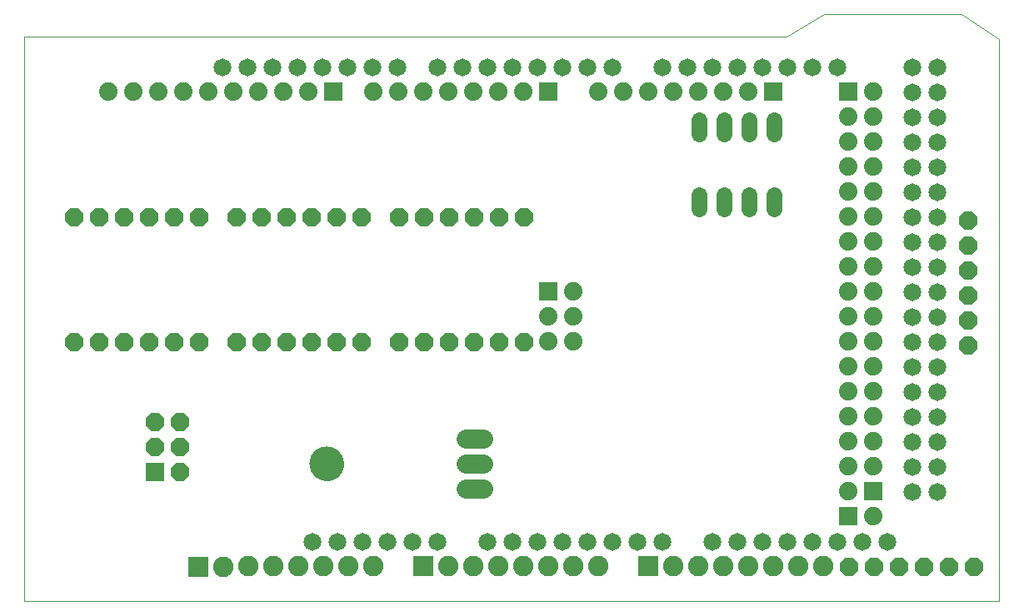
<source format=gbs>
G75*
%MOIN*%
%OFA0B0*%
%FSLAX25Y25*%
%IPPOS*%
%LPD*%
%AMOC8*
5,1,8,0,0,1.08239X$1,22.5*
%
%ADD10C,0.00000*%
%ADD11C,0.00100*%
%ADD12C,0.07137*%
%ADD13R,0.08200X0.08200*%
%ADD14C,0.08200*%
%ADD15R,0.07400X0.07400*%
%ADD16C,0.07400*%
%ADD17OC8,0.07400*%
%ADD18C,0.06400*%
%ADD19C,0.07600*%
%ADD20C,0.13800*%
%ADD21OC8,0.07200*%
D10*
X0045000Y0005000D02*
X0434951Y0005000D01*
X0434951Y0229961D01*
X0159500Y0060000D02*
X0159502Y0060161D01*
X0159508Y0060321D01*
X0159518Y0060482D01*
X0159532Y0060642D01*
X0159550Y0060802D01*
X0159571Y0060961D01*
X0159597Y0061120D01*
X0159627Y0061278D01*
X0159660Y0061435D01*
X0159698Y0061592D01*
X0159739Y0061747D01*
X0159784Y0061901D01*
X0159833Y0062054D01*
X0159886Y0062206D01*
X0159942Y0062357D01*
X0160003Y0062506D01*
X0160066Y0062654D01*
X0160134Y0062800D01*
X0160205Y0062944D01*
X0160279Y0063086D01*
X0160357Y0063227D01*
X0160439Y0063365D01*
X0160524Y0063502D01*
X0160612Y0063636D01*
X0160704Y0063768D01*
X0160799Y0063898D01*
X0160897Y0064026D01*
X0160998Y0064151D01*
X0161102Y0064273D01*
X0161209Y0064393D01*
X0161319Y0064510D01*
X0161432Y0064625D01*
X0161548Y0064736D01*
X0161667Y0064845D01*
X0161788Y0064950D01*
X0161912Y0065053D01*
X0162038Y0065153D01*
X0162166Y0065249D01*
X0162297Y0065342D01*
X0162431Y0065432D01*
X0162566Y0065519D01*
X0162704Y0065602D01*
X0162843Y0065682D01*
X0162985Y0065758D01*
X0163128Y0065831D01*
X0163273Y0065900D01*
X0163420Y0065966D01*
X0163568Y0066028D01*
X0163718Y0066086D01*
X0163869Y0066141D01*
X0164022Y0066192D01*
X0164176Y0066239D01*
X0164331Y0066282D01*
X0164487Y0066321D01*
X0164643Y0066357D01*
X0164801Y0066388D01*
X0164959Y0066416D01*
X0165118Y0066440D01*
X0165278Y0066460D01*
X0165438Y0066476D01*
X0165598Y0066488D01*
X0165759Y0066496D01*
X0165920Y0066500D01*
X0166080Y0066500D01*
X0166241Y0066496D01*
X0166402Y0066488D01*
X0166562Y0066476D01*
X0166722Y0066460D01*
X0166882Y0066440D01*
X0167041Y0066416D01*
X0167199Y0066388D01*
X0167357Y0066357D01*
X0167513Y0066321D01*
X0167669Y0066282D01*
X0167824Y0066239D01*
X0167978Y0066192D01*
X0168131Y0066141D01*
X0168282Y0066086D01*
X0168432Y0066028D01*
X0168580Y0065966D01*
X0168727Y0065900D01*
X0168872Y0065831D01*
X0169015Y0065758D01*
X0169157Y0065682D01*
X0169296Y0065602D01*
X0169434Y0065519D01*
X0169569Y0065432D01*
X0169703Y0065342D01*
X0169834Y0065249D01*
X0169962Y0065153D01*
X0170088Y0065053D01*
X0170212Y0064950D01*
X0170333Y0064845D01*
X0170452Y0064736D01*
X0170568Y0064625D01*
X0170681Y0064510D01*
X0170791Y0064393D01*
X0170898Y0064273D01*
X0171002Y0064151D01*
X0171103Y0064026D01*
X0171201Y0063898D01*
X0171296Y0063768D01*
X0171388Y0063636D01*
X0171476Y0063502D01*
X0171561Y0063365D01*
X0171643Y0063227D01*
X0171721Y0063086D01*
X0171795Y0062944D01*
X0171866Y0062800D01*
X0171934Y0062654D01*
X0171997Y0062506D01*
X0172058Y0062357D01*
X0172114Y0062206D01*
X0172167Y0062054D01*
X0172216Y0061901D01*
X0172261Y0061747D01*
X0172302Y0061592D01*
X0172340Y0061435D01*
X0172373Y0061278D01*
X0172403Y0061120D01*
X0172429Y0060961D01*
X0172450Y0060802D01*
X0172468Y0060642D01*
X0172482Y0060482D01*
X0172492Y0060321D01*
X0172498Y0060161D01*
X0172500Y0060000D01*
X0172498Y0059839D01*
X0172492Y0059679D01*
X0172482Y0059518D01*
X0172468Y0059358D01*
X0172450Y0059198D01*
X0172429Y0059039D01*
X0172403Y0058880D01*
X0172373Y0058722D01*
X0172340Y0058565D01*
X0172302Y0058408D01*
X0172261Y0058253D01*
X0172216Y0058099D01*
X0172167Y0057946D01*
X0172114Y0057794D01*
X0172058Y0057643D01*
X0171997Y0057494D01*
X0171934Y0057346D01*
X0171866Y0057200D01*
X0171795Y0057056D01*
X0171721Y0056914D01*
X0171643Y0056773D01*
X0171561Y0056635D01*
X0171476Y0056498D01*
X0171388Y0056364D01*
X0171296Y0056232D01*
X0171201Y0056102D01*
X0171103Y0055974D01*
X0171002Y0055849D01*
X0170898Y0055727D01*
X0170791Y0055607D01*
X0170681Y0055490D01*
X0170568Y0055375D01*
X0170452Y0055264D01*
X0170333Y0055155D01*
X0170212Y0055050D01*
X0170088Y0054947D01*
X0169962Y0054847D01*
X0169834Y0054751D01*
X0169703Y0054658D01*
X0169569Y0054568D01*
X0169434Y0054481D01*
X0169296Y0054398D01*
X0169157Y0054318D01*
X0169015Y0054242D01*
X0168872Y0054169D01*
X0168727Y0054100D01*
X0168580Y0054034D01*
X0168432Y0053972D01*
X0168282Y0053914D01*
X0168131Y0053859D01*
X0167978Y0053808D01*
X0167824Y0053761D01*
X0167669Y0053718D01*
X0167513Y0053679D01*
X0167357Y0053643D01*
X0167199Y0053612D01*
X0167041Y0053584D01*
X0166882Y0053560D01*
X0166722Y0053540D01*
X0166562Y0053524D01*
X0166402Y0053512D01*
X0166241Y0053504D01*
X0166080Y0053500D01*
X0165920Y0053500D01*
X0165759Y0053504D01*
X0165598Y0053512D01*
X0165438Y0053524D01*
X0165278Y0053540D01*
X0165118Y0053560D01*
X0164959Y0053584D01*
X0164801Y0053612D01*
X0164643Y0053643D01*
X0164487Y0053679D01*
X0164331Y0053718D01*
X0164176Y0053761D01*
X0164022Y0053808D01*
X0163869Y0053859D01*
X0163718Y0053914D01*
X0163568Y0053972D01*
X0163420Y0054034D01*
X0163273Y0054100D01*
X0163128Y0054169D01*
X0162985Y0054242D01*
X0162843Y0054318D01*
X0162704Y0054398D01*
X0162566Y0054481D01*
X0162431Y0054568D01*
X0162297Y0054658D01*
X0162166Y0054751D01*
X0162038Y0054847D01*
X0161912Y0054947D01*
X0161788Y0055050D01*
X0161667Y0055155D01*
X0161548Y0055264D01*
X0161432Y0055375D01*
X0161319Y0055490D01*
X0161209Y0055607D01*
X0161102Y0055727D01*
X0160998Y0055849D01*
X0160897Y0055974D01*
X0160799Y0056102D01*
X0160704Y0056232D01*
X0160612Y0056364D01*
X0160524Y0056498D01*
X0160439Y0056635D01*
X0160357Y0056773D01*
X0160279Y0056914D01*
X0160205Y0057056D01*
X0160134Y0057200D01*
X0160066Y0057346D01*
X0160003Y0057494D01*
X0159942Y0057643D01*
X0159886Y0057794D01*
X0159833Y0057946D01*
X0159784Y0058099D01*
X0159739Y0058253D01*
X0159698Y0058408D01*
X0159660Y0058565D01*
X0159627Y0058722D01*
X0159597Y0058880D01*
X0159571Y0059039D01*
X0159550Y0059198D01*
X0159532Y0059358D01*
X0159518Y0059518D01*
X0159508Y0059679D01*
X0159502Y0059839D01*
X0159500Y0060000D01*
X0045000Y0005000D02*
X0045000Y0229961D01*
D11*
X0045000Y0230000D02*
X0045000Y0231250D01*
X0350000Y0231250D01*
X0365000Y0240000D01*
X0420000Y0240000D01*
X0435000Y0230000D01*
D12*
X0410250Y0218750D03*
X0400250Y0218750D03*
X0400250Y0208750D03*
X0410250Y0208750D03*
X0410250Y0198750D03*
X0400250Y0198750D03*
X0400250Y0188750D03*
X0410250Y0188750D03*
X0410250Y0178750D03*
X0400250Y0178750D03*
X0400250Y0168750D03*
X0410250Y0168750D03*
X0410250Y0158750D03*
X0400250Y0158750D03*
X0400250Y0148750D03*
X0410250Y0148750D03*
X0410250Y0138750D03*
X0400250Y0138750D03*
X0400250Y0128750D03*
X0410250Y0128750D03*
X0410250Y0118750D03*
X0400250Y0118750D03*
X0400250Y0108750D03*
X0410250Y0108750D03*
X0410250Y0098750D03*
X0400250Y0098750D03*
X0400250Y0088750D03*
X0410250Y0088750D03*
X0410250Y0078750D03*
X0400250Y0078750D03*
X0400250Y0068750D03*
X0410250Y0068750D03*
X0410250Y0058750D03*
X0400250Y0058750D03*
X0400250Y0048750D03*
X0410250Y0048750D03*
X0390250Y0028750D03*
X0380250Y0028750D03*
X0370250Y0028750D03*
X0360250Y0028750D03*
X0350250Y0028750D03*
X0340250Y0028750D03*
X0330250Y0028750D03*
X0320250Y0028750D03*
X0300250Y0028750D03*
X0290250Y0028750D03*
X0280250Y0028750D03*
X0270250Y0028750D03*
X0260250Y0028750D03*
X0250250Y0028750D03*
X0240250Y0028750D03*
X0230250Y0028750D03*
X0210250Y0028750D03*
X0200250Y0028750D03*
X0190250Y0028750D03*
X0180250Y0028750D03*
X0170250Y0028750D03*
X0160250Y0028750D03*
X0164250Y0218750D03*
X0154250Y0218750D03*
X0144250Y0218750D03*
X0134250Y0218750D03*
X0124250Y0218750D03*
X0174250Y0218750D03*
X0184250Y0218750D03*
X0194250Y0218750D03*
X0210250Y0218750D03*
X0220250Y0218750D03*
X0230250Y0218750D03*
X0240250Y0218750D03*
X0250250Y0218750D03*
X0260250Y0218750D03*
X0270250Y0218750D03*
X0280250Y0218750D03*
X0300250Y0218750D03*
X0310250Y0218750D03*
X0320250Y0218750D03*
X0330250Y0218750D03*
X0340250Y0218750D03*
X0350250Y0218750D03*
X0360250Y0218750D03*
X0370250Y0218750D03*
D13*
X0294500Y0019000D03*
X0204500Y0019000D03*
X0114472Y0018949D03*
D14*
X0124472Y0018949D03*
X0134500Y0018996D03*
X0144500Y0019000D03*
X0154500Y0019000D03*
X0164500Y0019000D03*
X0174500Y0019000D03*
X0184500Y0019000D03*
X0214500Y0019000D03*
X0224500Y0019000D03*
X0234500Y0019000D03*
X0244500Y0019000D03*
X0254500Y0019000D03*
X0264500Y0019000D03*
X0274500Y0019000D03*
X0304500Y0019000D03*
X0314500Y0019000D03*
X0324500Y0019000D03*
X0334500Y0019000D03*
X0344500Y0019000D03*
X0354500Y0019000D03*
X0364500Y0019000D03*
D15*
X0374500Y0039000D03*
X0384500Y0049000D03*
X0254500Y0129000D03*
X0254500Y0209000D03*
X0168500Y0209000D03*
X0344500Y0209000D03*
X0374500Y0209000D03*
X0097063Y0056953D03*
D16*
X0254500Y0109000D03*
X0264500Y0109000D03*
X0264500Y0119000D03*
X0254500Y0119000D03*
X0264500Y0129000D03*
X0374500Y0129000D03*
X0384500Y0129000D03*
X0384500Y0119000D03*
X0374500Y0119000D03*
X0374500Y0109000D03*
X0384500Y0109000D03*
X0384500Y0099000D03*
X0374500Y0099000D03*
X0374500Y0089000D03*
X0384500Y0089000D03*
X0384500Y0079000D03*
X0374500Y0079000D03*
X0374500Y0069000D03*
X0384500Y0069000D03*
X0384500Y0059000D03*
X0374500Y0059000D03*
X0374500Y0049000D03*
X0384500Y0039000D03*
X0384500Y0139000D03*
X0374500Y0139000D03*
X0374500Y0149000D03*
X0384500Y0149000D03*
X0384500Y0159000D03*
X0374500Y0159000D03*
X0374500Y0169000D03*
X0384500Y0169000D03*
X0384500Y0179000D03*
X0374500Y0179000D03*
X0374500Y0189000D03*
X0384500Y0189000D03*
X0384500Y0199000D03*
X0374500Y0199000D03*
X0384500Y0209000D03*
X0334500Y0209000D03*
X0324500Y0209000D03*
X0314500Y0209000D03*
X0304500Y0209000D03*
X0294500Y0209000D03*
X0284500Y0209000D03*
X0274500Y0209000D03*
X0244500Y0209000D03*
X0234500Y0209000D03*
X0224500Y0209000D03*
X0214500Y0209000D03*
X0204500Y0209000D03*
X0194500Y0209000D03*
X0184500Y0209000D03*
X0158500Y0209000D03*
X0148500Y0209000D03*
X0138500Y0209000D03*
X0128500Y0209000D03*
X0118500Y0209000D03*
X0108500Y0209000D03*
X0098500Y0209000D03*
X0088500Y0209000D03*
X0078500Y0209000D03*
D17*
X0097063Y0076953D03*
X0107063Y0076953D03*
X0107063Y0066953D03*
X0097063Y0066953D03*
X0107063Y0056953D03*
D18*
X0315000Y0162200D02*
X0315000Y0167800D01*
X0325000Y0167800D02*
X0325000Y0162200D01*
X0335000Y0162200D02*
X0335000Y0167800D01*
X0345000Y0167800D02*
X0345000Y0162200D01*
X0345000Y0192200D02*
X0345000Y0197800D01*
X0335000Y0197800D02*
X0335000Y0192200D01*
X0325000Y0192200D02*
X0325000Y0197800D01*
X0315000Y0197800D02*
X0315000Y0192200D01*
D19*
X0228400Y0070000D02*
X0221600Y0070000D01*
X0221600Y0060000D02*
X0228400Y0060000D01*
X0228400Y0050000D02*
X0221600Y0050000D01*
D20*
X0166000Y0060000D03*
D21*
X0170000Y0108750D03*
X0160000Y0108750D03*
X0150000Y0108750D03*
X0140000Y0108750D03*
X0130000Y0108750D03*
X0115000Y0108750D03*
X0105000Y0108750D03*
X0095000Y0108750D03*
X0085000Y0108750D03*
X0075000Y0108750D03*
X0065000Y0108750D03*
X0065000Y0158750D03*
X0075000Y0158750D03*
X0085000Y0158750D03*
X0095000Y0158750D03*
X0105000Y0158750D03*
X0115000Y0158750D03*
X0130000Y0158750D03*
X0140000Y0158750D03*
X0150000Y0158750D03*
X0160000Y0158750D03*
X0170000Y0158750D03*
X0180000Y0158750D03*
X0195000Y0158750D03*
X0205000Y0158750D03*
X0215000Y0158750D03*
X0225000Y0158750D03*
X0235000Y0158750D03*
X0245000Y0158750D03*
X0245000Y0108750D03*
X0235000Y0108750D03*
X0225000Y0108750D03*
X0215000Y0108750D03*
X0205000Y0108750D03*
X0195000Y0108750D03*
X0180000Y0108750D03*
X0375000Y0018750D03*
X0385000Y0018750D03*
X0395000Y0018750D03*
X0405000Y0018750D03*
X0415000Y0018750D03*
X0425000Y0018750D03*
X0422500Y0107500D03*
X0422500Y0117500D03*
X0422500Y0127500D03*
X0422500Y0137500D03*
X0422500Y0147500D03*
X0422500Y0157500D03*
M02*

</source>
